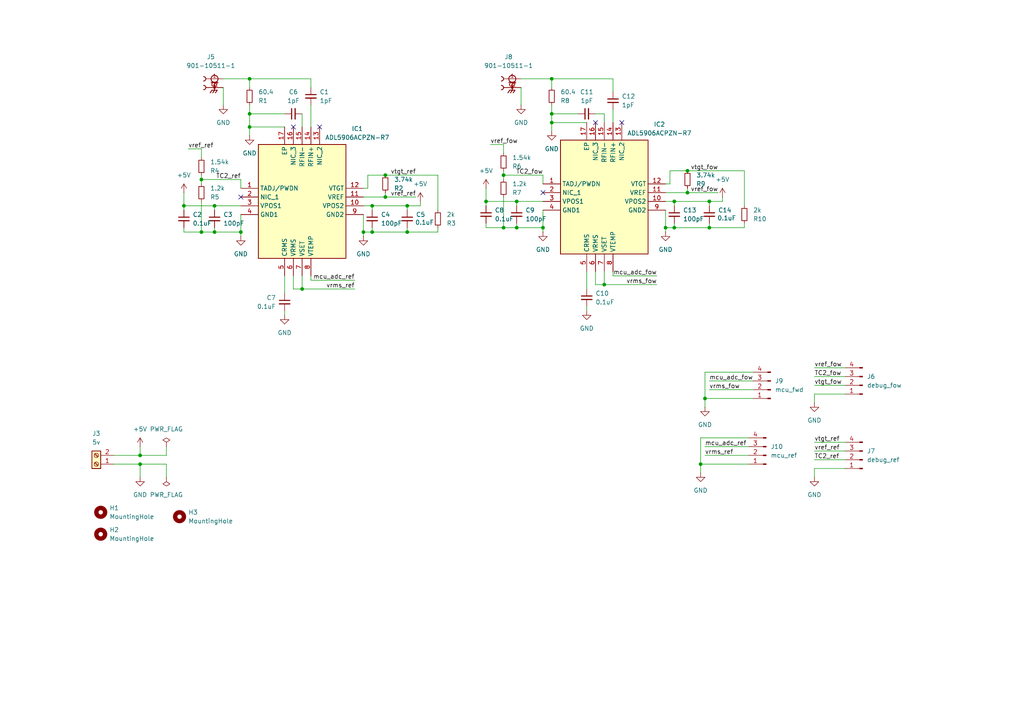
<source format=kicad_sch>
(kicad_sch (version 20250114) (generator "eeschema") (generator_version "9.0")
  (paper "A4")
  (lib_symbols
    (symbol "901-10511-1:901-10511-1" (pin_names (offset 1.016))
      (property "Reference" "J" (at -3.81 1.524 0))
      (property "Value" "901-10511-1" (at -4.064 -6.858 0))
      (symbol "901-10511-1_0_0"
        (arc (start -3.175 0.635) (mid -2.5427 0) (end -3.175 -0.635) (stroke (width 0.254)))
        (arc (start -3.175 -1.905) (mid -2.5427 -2.54) (end -3.175 -3.175) (stroke (width 0.254)))
        (polyline (pts (xy -1.016 -1.016) (xy 0 -1.016)) (stroke (width 0.254)))
        (polyline (pts (xy -0.762 -3.302) (xy -1.27 -4.064)) (stroke (width 0.254)))
        (circle (center 0 0) (radius 1.016) (stroke (width 0.254)))
        (polyline (pts (xy 0 -1.016) (xy 0 -3.302)) (stroke (width 0.254)))
        (polyline (pts (xy 0 -1.016) (xy 1.016 -1.016)) (stroke (width 0.254)))
        (circle (center 0 -2.54) (radius 0.254) (stroke (width 0.254)))
        (polyline (pts (xy 0 -3.302) (xy -0.762 -3.302)) (stroke (width 0.254)))
        (polyline (pts (xy 0 -3.302) (xy -0.508 -4.064)) (stroke (width 0.254)))
        (polyline (pts (xy 0 -3.302) (xy 0.762 -3.302)) (stroke (width 0.254)))
        (polyline (pts (xy 0.762 -3.302) (xy 0.254 -4.064)) (stroke (width 0.254)))
        (pin passive line (at 2.54 0 180) (length 5.08) (name "~") (number "1"))
        (pin passive line (at 2.54 -2.54 180) (length 5.08) (name "~") (number "G1"))
        (pin passive line (at 2.54 -2.54 180) (length 5.08) (name "~") (number "G2"))
      )
    )
    (symbol "ADL5906ACPZN-R7:ADL5906ACPZN-R7"
      (property "Reference" "IC" (at 31.75 17.78 0))
      (property "Value" "ADL5906ACPZN-R7" (at 31.75 15.24 0))
      (symbol "ADL5906ACPZN-R7_1_1"
        (rectangle (start 5.08 12.7) (end 30.48 -20.32) (stroke (width 0.254)) (fill (type background)))
        (pin passive line (at 0 0 0) (length 5.08) (name "TADJ/PWDN") (number "1"))
        (pin passive line (at 0 -2.54 0) (length 5.08) (name "NIC_1") (number "2"))
        (pin passive line (at 0 -5.08 0) (length 5.08) (name "VPOS1") (number "3"))
        (pin passive line (at 0 -7.62 0) (length 5.08) (name "GND1") (number "4"))
        (pin passive line (at 12.7 17.78 270) (length 5.08) (name "EP") (number "17"))
        (pin passive line (at 12.7 -25.4 90) (length 5.08) (name "CRMS") (number "5"))
        (pin passive line (at 15.24 17.78 270) (length 5.08) (name "NIC_3") (number "16"))
        (pin passive line (at 15.24 -25.4 90) (length 5.08) (name "VRMS") (number "6"))
        (pin passive line (at 17.78 17.78 270) (length 5.08) (name "RFIN-") (number "15"))
        (pin passive line (at 17.78 -25.4 90) (length 5.08) (name "VSET") (number "7"))
        (pin passive line (at 20.32 17.78 270) (length 5.08) (name "RFIN+") (number "14"))
        (pin passive line (at 20.32 -25.4 90) (length 5.08) (name "VTEMP") (number "8"))
        (pin passive line (at 22.86 17.78 270) (length 5.08) (name "NIC_2") (number "13"))
        (pin passive line (at 35.56 0 180) (length 5.08) (name "VTGT") (number "12"))
        (pin passive line (at 35.56 -2.54 180) (length 5.08) (name "VREF") (number "11"))
        (pin passive line (at 35.56 -5.08 180) (length 5.08) (name "VPOS2") (number "10"))
        (pin passive line (at 35.56 -7.62 180) (length 5.08) (name "GND2") (number "9"))
      )
    )
    (symbol "Connector:Conn_01x04_Pin" (pin_names (offset 1.016) (hide yes))
      (property "Reference" "J" (at 0 5.08 0))
      (property "Value" "Conn_01x04_Pin" (at 0 -7.62 0))
      (symbol "Conn_01x04_Pin_1_1"
        (rectangle (start 0.8636 2.667) (end 0 2.413) (stroke (width 0.1524)) (fill (type outline)))
        (rectangle (start 0.8636 0.127) (end 0 -0.127) (stroke (width 0.1524)) (fill (type outline)))
        (rectangle (start 0.8636 -2.413) (end 0 -2.667) (stroke (width 0.1524)) (fill (type outline)))
        (rectangle (start 0.8636 -4.953) (end 0 -5.207) (stroke (width 0.1524)) (fill (type outline)))
        (polyline (pts (xy 1.27 2.54) (xy 0.8636 2.54)) (stroke (width 0.1524)))
        (polyline (pts (xy 1.27 0) (xy 0.8636 0)) (stroke (width 0.1524)))
        (polyline (pts (xy 1.27 -2.54) (xy 0.8636 -2.54)) (stroke (width 0.1524)))
        (polyline (pts (xy 1.27 -5.08) (xy 0.8636 -5.08)) (stroke (width 0.1524)))
        (pin passive line (at 5.08 2.54 180) (length 3.81) (name "Pin_1") (number "1"))
        (pin passive line (at 5.08 0 180) (length 3.81) (name "Pin_2") (number "2"))
        (pin passive line (at 5.08 -2.54 180) (length 3.81) (name "Pin_3") (number "3"))
        (pin passive line (at 5.08 -5.08 180) (length 3.81) (name "Pin_4") (number "4"))
      )
    )
    (symbol "Connector:Screw_Terminal_01x02" (pin_names (offset 1.016) (hide yes))
      (property "Reference" "J" (at 0 2.54 0))
      (property "Value" "Screw_Terminal_01x02" (at 0 -5.08 0))
      (symbol "Screw_Terminal_01x02_1_1"
        (rectangle (start -1.27 1.27) (end 1.27 -3.81) (stroke (width 0.254)) (fill (type background)))
        (polyline (pts (xy -0.5334 0.3302) (xy 0.3302 -0.508)) (stroke (width 0.1524)))
        (polyline (pts (xy -0.5334 -2.2098) (xy 0.3302 -3.048)) (stroke (width 0.1524)))
        (polyline (pts (xy -0.3556 0.508) (xy 0.508 -0.3302)) (stroke (width 0.1524)))
        (polyline (pts (xy -0.3556 -2.032) (xy 0.508 -2.8702)) (stroke (width 0.1524)))
        (circle (center 0 0) (radius 0.635) (stroke (width 0.1524)))
        (circle (center 0 -2.54) (radius 0.635) (stroke (width 0.1524)))
        (pin passive line (at -5.08 0 0) (length 3.81) (name "Pin_1") (number "1"))
        (pin passive line (at -5.08 -2.54 0) (length 3.81) (name "Pin_2") (number "2"))
      )
    )
    (symbol "Device:C_Small" (pin_numbers (hide yes)) (pin_names (offset 0.254) (hide yes))
      (property "Reference" "C" (at 0.254 1.778 0))
      (property "Value" "C_Small" (at 0.254 -2.032 0))
      (symbol "C_Small_0_1"
        (polyline (pts (xy -1.524 0.508) (xy 1.524 0.508)) (stroke (width 0.3048)))
        (polyline (pts (xy -1.524 -0.508) (xy 1.524 -0.508)) (stroke (width 0.3302)))
      )
      (symbol "C_Small_1_1"
        (pin passive line (at 0 2.54 270) (length 2.032) (name "~") (number "1"))
        (pin passive line (at 0 -2.54 90) (length 2.032) (name "~") (number "2"))
      )
    )
    (symbol "Device:R_Small" (pin_numbers (hide yes)) (pin_names (offset 0.254) (hide yes))
      (property "Reference" "R" (at 0.762 0.508 0))
      (property "Value" "R_Small" (at 0.762 -1.016 0))
      (symbol "R_Small_0_1"
        (rectangle (start -0.762 1.778) (end 0.762 -1.778) (stroke (width 0.2032)))
      )
      (symbol "R_Small_1_1"
        (pin passive line (at 0 2.54 270) (length 0.762) (name "~") (number "1"))
        (pin passive line (at 0 -2.54 90) (length 0.762) (name "~") (number "2"))
      )
    )
    (symbol "Mechanical:MountingHole" (pin_names (offset 1.016)) (exclude_from_sim yes) (in_bom no)
      (property "Reference" "H" (at 0 5.08 0))
      (property "Value" "MountingHole" (at 0 3.175 0))
      (symbol "MountingHole_0_1"
        (circle (center 0 0) (radius 1.27) (stroke (width 1.27)))
      )
    )
    (symbol "power:+5V" (power) (pin_numbers (hide yes)) (pin_names (offset 0) (hide yes))
      (property "Value" "+5V" (at 0 3.556 0))
      (symbol "+5V_0_1"
        (polyline (pts (xy -0.762 1.27) (xy 0 2.54)))
        (polyline (pts (xy 0 2.54) (xy 0.762 1.27)))
        (polyline (pts (xy 0 0) (xy 0 2.54)))
      )
      (symbol "+5V_1_1"
        (pin power_in line (at 0 0 90) (length 0) (name "~") (number "1"))
      )
    )
    (symbol "power:GND" (power) (pin_numbers (hide yes)) (pin_names (offset 0) (hide yes))
      (property "Value" "GND" (at 0 -3.81 0))
      (symbol "GND_0_1"
        (polyline (pts (xy 0 0) (xy 0 -1.27) (xy 1.27 -1.27) (xy 0 -2.54) (xy -1.27 -1.27) (xy 0 -1.27)))
      )
      (symbol "GND_1_1"
        (pin power_in line (at 0 0 270) (length 0) (name "~") (number "1"))
      )
    )
    (symbol "power:PWR_FLAG" (power) (pin_numbers (hide yes)) (pin_names (offset 0) (hide yes))
      (property "Value" "PWR_FLAG" (at 0 3.81 0))
      (symbol "PWR_FLAG_0_0"
        (pin power_out line (at 0 0 90) (length 0) (name "~") (number "1"))
      )
      (symbol "PWR_FLAG_0_1"
        (polyline (pts (xy 0 0) (xy 0 1.27) (xy -1.016 1.905) (xy 0 2.54) (xy 1.016 1.905) (xy 0 1.27)))
      )
    )
  )
  (junction (at 149.86 66.04))
  (junction (at 160.02 35.56))
  (junction (at 118.11 59.69))
  (junction (at 199.39 55.88))
  (junction (at 160.02 33.02))
  (junction (at 203.2 134.62))
  (junction (at 40.64 134.62))
  (junction (at 40.64 132.08))
  (junction (at 111.76 50.8))
  (junction (at 87.63 83.82))
  (junction (at 175.26 82.55))
  (junction (at 53.34 59.69))
  (junction (at 107.95 67.31))
  (junction (at 199.39 49.53))
  (junction (at 58.42 52.07))
  (junction (at 146.05 66.04))
  (junction (at 205.74 66.04))
  (junction (at 111.76 57.15))
  (junction (at 107.95 59.69))
  (junction (at 72.39 36.83))
  (junction (at 72.39 22.86))
  (junction (at 204.47 115.57))
  (junction (at 195.58 66.04))
  (junction (at 146.05 50.8))
  (junction (at 140.97 58.42))
  (junction (at 69.85 67.31))
  (junction (at 105.41 67.31))
  (junction (at 193.04 66.04))
  (junction (at 157.48 66.04))
  (junction (at 149.86 58.42))
  (junction (at 195.58 58.42))
  (junction (at 205.74 58.42))
  (junction (at 62.23 67.31))
  (junction (at 62.23 59.69))
  (junction (at 58.42 67.31))
  (junction (at 160.02 22.86))
  (junction (at 72.39 33.02))
  (junction (at 118.11 67.31))
  (no_connect (at 180.34 35.56))
  (no_connect (at 69.85 57.15))
  (no_connect (at 92.71 36.83))
  (no_connect (at 157.48 55.88))
  (no_connect (at 172.72 35.56))
  (no_connect (at 85.09 36.83))
  (wire (pts (xy 203.2 134.62) (xy 217.17 134.62)))
  (wire (pts (xy 118.11 67.31) (xy 127 67.31)))
  (wire (pts (xy 72.39 25.4) (xy 72.39 22.86)))
  (wire (pts (xy 105.41 68.58) (xy 105.41 67.31)))
  (wire (pts (xy 205.74 58.42) (xy 209.55 58.42)))
  (wire (pts (xy 111.76 50.8) (xy 127 50.8)))
  (wire (pts (xy 175.26 82.55) (xy 172.72 82.55)))
  (wire (pts (xy 204.47 107.95) (xy 218.44 107.95)))
  (wire (pts (xy 87.63 36.83) (xy 87.63 33.02)))
  (wire (pts (xy 236.22 128.27) (xy 245.11 128.27)))
  (wire (pts (xy 149.86 66.04) (xy 157.48 66.04)))
  (wire (pts (xy 107.95 59.69) (xy 118.11 59.69)))
  (wire (pts (xy 194.31 53.34) (xy 194.31 49.53)))
  (wire (pts (xy 170.18 88.9) (xy 170.18 90.17)))
  (wire (pts (xy 127 67.31) (xy 127 66.04)))
  (wire (pts (xy 87.63 83.82) (xy 102.87 83.82)))
  (wire (pts (xy 105.41 57.15) (xy 111.76 57.15)))
  (wire (pts (xy 53.34 55.88) (xy 53.34 59.69)))
  (wire (pts (xy 193.04 53.34) (xy 194.31 53.34)))
  (wire (pts (xy 149.86 66.04) (xy 149.86 64.77)))
  (wire (pts (xy 160.02 35.56) (xy 160.02 38.1)))
  (wire (pts (xy 90.17 81.28) (xy 102.87 81.28)))
  (wire (pts (xy 203.2 127) (xy 217.17 127)))
  (wire (pts (xy 236.22 111.76) (xy 245.11 111.76)))
  (wire (pts (xy 204.47 115.57) (xy 218.44 115.57)))
  (wire (pts (xy 90.17 30.48) (xy 90.17 36.83)))
  (wire (pts (xy 82.55 80.01) (xy 82.55 85.09)))
  (wire (pts (xy 146.05 49.53) (xy 146.05 50.8)))
  (wire (pts (xy 160.02 33.02) (xy 160.02 35.56)))
  (wire (pts (xy 177.8 78.74) (xy 177.8 80.01)))
  (wire (pts (xy 53.34 60.96) (xy 53.34 59.69)))
  (wire (pts (xy 204.47 107.95) (xy 204.47 115.57)))
  (wire (pts (xy 205.74 64.77) (xy 205.74 66.04)))
  (wire (pts (xy 64.77 25.4) (xy 64.77 30.48)))
  (wire (pts (xy 149.86 59.69) (xy 149.86 58.42)))
  (wire (pts (xy 203.2 134.62) (xy 203.2 127)))
  (wire (pts (xy 170.18 78.74) (xy 170.18 83.82)))
  (wire (pts (xy 236.22 114.3) (xy 245.11 114.3)))
  (wire (pts (xy 151.13 25.4) (xy 151.13 30.48)))
  (wire (pts (xy 58.42 50.8) (xy 58.42 52.07)))
  (wire (pts (xy 72.39 36.83) (xy 72.39 39.37)))
  (wire (pts (xy 69.85 67.31) (xy 69.85 68.58)))
  (wire (pts (xy 215.9 66.04) (xy 205.74 66.04)))
  (wire (pts (xy 40.64 132.08) (xy 48.26 132.08)))
  (wire (pts (xy 194.31 49.53) (xy 199.39 49.53)))
  (wire (pts (xy 146.05 50.8) (xy 146.05 52.07)))
  (wire (pts (xy 204.47 115.57) (xy 204.47 118.11)))
  (wire (pts (xy 199.39 49.53) (xy 215.9 49.53)))
  (wire (pts (xy 203.2 134.62) (xy 203.2 137.16)))
  (wire (pts (xy 195.58 66.04) (xy 205.74 66.04)))
  (wire (pts (xy 58.42 43.18) (xy 58.42 45.72)))
  (wire (pts (xy 62.23 67.31) (xy 62.23 66.04)))
  (wire (pts (xy 82.55 36.83) (xy 72.39 36.83)))
  (wire (pts (xy 199.39 55.88) (xy 208.28 55.88)))
  (wire (pts (xy 140.97 58.42) (xy 149.86 58.42)))
  (wire (pts (xy 175.26 33.02) (xy 175.26 35.56)))
  (wire (pts (xy 205.74 113.03) (xy 218.44 113.03)))
  (wire (pts (xy 146.05 41.91) (xy 146.05 44.45)))
  (wire (pts (xy 58.42 58.42) (xy 58.42 67.31)))
  (wire (pts (xy 215.9 64.77) (xy 215.9 66.04)))
  (wire (pts (xy 236.22 133.35) (xy 245.11 133.35)))
  (wire (pts (xy 175.26 78.74) (xy 175.26 82.55)))
  (wire (pts (xy 199.39 54.61) (xy 199.39 55.88)))
  (wire (pts (xy 118.11 60.96) (xy 118.11 59.69)))
  (wire (pts (xy 193.04 67.31) (xy 193.04 66.04)))
  (wire (pts (xy 209.55 57.15) (xy 209.55 58.42)))
  (wire (pts (xy 85.09 80.01) (xy 85.09 83.82)))
  (wire (pts (xy 149.86 58.42) (xy 157.48 58.42)))
  (wire (pts (xy 204.47 129.54) (xy 217.17 129.54)))
  (wire (pts (xy 48.26 134.62) (xy 48.26 138.43)))
  (wire (pts (xy 72.39 30.48) (xy 72.39 33.02)))
  (wire (pts (xy 111.76 57.15) (xy 120.65 57.15)))
  (wire (pts (xy 157.48 50.8) (xy 157.48 53.34)))
  (wire (pts (xy 33.02 132.08) (xy 40.64 132.08)))
  (wire (pts (xy 172.72 78.74) (xy 172.72 82.55)))
  (wire (pts (xy 105.41 62.23) (xy 105.41 67.31)))
  (wire (pts (xy 193.04 55.88) (xy 199.39 55.88)))
  (wire (pts (xy 118.11 59.69) (xy 121.92 59.69)))
  (wire (pts (xy 157.48 66.04) (xy 157.48 67.31)))
  (wire (pts (xy 62.23 60.96) (xy 62.23 59.69)))
  (wire (pts (xy 90.17 22.86) (xy 90.17 25.4)))
  (wire (pts (xy 105.41 67.31) (xy 107.95 67.31)))
  (wire (pts (xy 140.97 64.77) (xy 140.97 66.04)))
  (wire (pts (xy 177.8 80.01) (xy 190.5 80.01)))
  (wire (pts (xy 140.97 59.69) (xy 140.97 58.42)))
  (wire (pts (xy 69.85 67.31) (xy 69.85 62.23)))
  (wire (pts (xy 167.64 33.02) (xy 160.02 33.02)))
  (wire (pts (xy 40.64 134.62) (xy 48.26 134.62)))
  (wire (pts (xy 205.74 59.69) (xy 205.74 58.42)))
  (wire (pts (xy 204.47 132.08) (xy 217.17 132.08)))
  (wire (pts (xy 146.05 66.04) (xy 149.86 66.04)))
  (wire (pts (xy 62.23 67.31) (xy 69.85 67.31)))
  (wire (pts (xy 53.34 59.69) (xy 62.23 59.69)))
  (wire (pts (xy 215.9 49.53) (xy 215.9 59.69)))
  (wire (pts (xy 175.26 82.55) (xy 190.5 82.55)))
  (wire (pts (xy 205.74 110.49) (xy 218.44 110.49)))
  (wire (pts (xy 72.39 22.86) (xy 90.17 22.86)))
  (wire (pts (xy 151.13 22.86) (xy 160.02 22.86)))
  (wire (pts (xy 58.42 67.31) (xy 62.23 67.31)))
  (wire (pts (xy 58.42 52.07) (xy 69.85 52.07)))
  (wire (pts (xy 107.95 67.31) (xy 107.95 66.04)))
  (wire (pts (xy 140.97 54.61) (xy 140.97 58.42)))
  (wire (pts (xy 111.76 55.88) (xy 111.76 57.15)))
  (wire (pts (xy 106.68 54.61) (xy 106.68 50.8)))
  (wire (pts (xy 58.42 52.07) (xy 58.42 53.34)))
  (wire (pts (xy 33.02 134.62) (xy 40.64 134.62)))
  (wire (pts (xy 236.22 109.22) (xy 245.11 109.22)))
  (wire (pts (xy 48.26 132.08) (xy 48.26 129.54)))
  (wire (pts (xy 105.41 59.69) (xy 107.95 59.69)))
  (wire (pts (xy 146.05 57.15) (xy 146.05 66.04)))
  (wire (pts (xy 170.18 35.56) (xy 160.02 35.56)))
  (wire (pts (xy 82.55 90.17) (xy 82.55 91.44)))
  (wire (pts (xy 40.64 129.54) (xy 40.64 132.08)))
  (wire (pts (xy 236.22 135.89) (xy 236.22 138.43)))
  (wire (pts (xy 195.58 59.69) (xy 195.58 58.42)))
  (wire (pts (xy 64.77 22.86) (xy 72.39 22.86)))
  (wire (pts (xy 53.34 67.31) (xy 58.42 67.31)))
  (wire (pts (xy 40.64 134.62) (xy 40.64 138.43)))
  (wire (pts (xy 142.24 41.91) (xy 146.05 41.91)))
  (wire (pts (xy 140.97 66.04) (xy 146.05 66.04)))
  (wire (pts (xy 72.39 33.02) (xy 72.39 36.83)))
  (wire (pts (xy 146.05 50.8) (xy 157.48 50.8)))
  (wire (pts (xy 193.04 60.96) (xy 193.04 66.04)))
  (wire (pts (xy 105.41 54.61) (xy 106.68 54.61)))
  (wire (pts (xy 106.68 50.8) (xy 111.76 50.8)))
  (wire (pts (xy 87.63 83.82) (xy 85.09 83.82)))
  (wire (pts (xy 236.22 135.89) (xy 245.11 135.89)))
  (wire (pts (xy 160.02 22.86) (xy 177.8 22.86)))
  (wire (pts (xy 160.02 25.4) (xy 160.02 22.86)))
  (wire (pts (xy 193.04 58.42) (xy 195.58 58.42)))
  (wire (pts (xy 107.95 67.31) (xy 118.11 67.31)))
  (wire (pts (xy 54.61 43.18) (xy 58.42 43.18)))
  (wire (pts (xy 82.55 33.02) (xy 72.39 33.02)))
  (wire (pts (xy 160.02 30.48) (xy 160.02 33.02)))
  (wire (pts (xy 236.22 114.3) (xy 236.22 116.84)))
  (wire (pts (xy 69.85 52.07) (xy 69.85 54.61)))
  (wire (pts (xy 172.72 33.02) (xy 175.26 33.02)))
  (wire (pts (xy 236.22 106.68) (xy 245.11 106.68)))
  (wire (pts (xy 127 50.8) (xy 127 60.96)))
  (wire (pts (xy 157.48 66.04) (xy 157.48 60.96)))
  (wire (pts (xy 90.17 80.01) (xy 90.17 81.28)))
  (wire (pts (xy 195.58 58.42) (xy 205.74 58.42)))
  (wire (pts (xy 53.34 66.04) (xy 53.34 67.31)))
  (wire (pts (xy 177.8 22.86) (xy 177.8 26.67)))
  (wire (pts (xy 107.95 60.96) (xy 107.95 59.69)))
  (wire (pts (xy 118.11 66.04) (xy 118.11 67.31)))
  (wire (pts (xy 195.58 66.04) (xy 195.58 64.77)))
  (wire (pts (xy 177.8 31.75) (xy 177.8 35.56)))
  (wire (pts (xy 236.22 130.81) (xy 245.11 130.81)))
  (wire (pts (xy 193.04 66.04) (xy 195.58 66.04)))
  (wire (pts (xy 87.63 80.01) (xy 87.63 83.82)))
  (wire (pts (xy 62.23 59.69) (xy 69.85 59.69)))
  (wire (pts (xy 121.92 58.42) (xy 121.92 59.69)))
  (label "vrms_ref" (at 102.87 83.82 180))
  (label "vref_fow" (at 208.28 55.88 180))
  (label "TC2_ref" (at 69.85 52.07 180))
  (label "TC2_fow" (at 157.48 50.8 180))
  (label "vtgt_fow" (at 208.28 49.53 180))
  (label "vtgt_ref" (at 236.22 128.27 0))
  (label "vtgt_ref" (at 120.65 50.8 180))
  (label "vref_ref" (at 120.65 57.15 180))
  (label "vref_fow" (at 142.24 41.91 0))
  (label "vref_fow" (at 236.22 106.68 0))
  (label "TC2_fow" (at 236.22 109.22 0))
  (label "vtgt_fow" (at 236.22 111.76 0))
  (label "TC2_ref" (at 236.22 133.35 0))
  (label "vref_ref" (at 236.22 130.81 0))
  (label "vrms_fow" (at 190.5 82.55 180))
  (label "vref_ref" (at 54.61 43.18 0))
  (label "mcu_adc_ref" (at 102.87 81.28 180))
  (label "vrms_fow" (at 205.74 113.03 0))
  (label "mcu_adc_fow" (at 205.74 110.49 0))
  (label "mcu_adc_fow" (at 190.5 80.01 180))
  (label "vrms_ref" (at 204.47 132.08 0))
  (label "mcu_adc_ref" (at 204.47 129.54 0))
  (symbol (lib_id "power:GND") (at 203.2 137.16 0) (unit 1)
    (property "Reference" "#PWR021" (effects (hide yes)))
    (property "Value" "GND" (at 203.2 142.24 0))
    (property "Description" "Power symbol creates a global label with name \"GND\" , ground" (effects (hide yes)))
  )
  (symbol (lib_id "Device:C_Small") (at 205.74 62.23 0) (unit 1)
    (property "Reference" "C14" (at 208.28 60.9662 0) (effects (justify left)))
    (property "Value" "0.1uF" (at 208.026 63.246 0) (effects (justify left)))
    (property "Footprint" "Capacitor_SMD:C_0402_1005Metric" (effects (hide yes)))
    (property "Description" "Unpolarized capacitor, small symbol" (effects (hide yes)))
  )
  (symbol (lib_id "power:+5V") (at 121.92 58.42 0) (unit 1)
    (property "Reference" "#PWR02" (effects (hide yes)))
    (property "Value" "+5V" (at 121.92 53.34 0))
    (property "Description" "Power symbol creates a global label with name \"+5V\"" (effects (hide yes)))
  )
  (symbol (lib_id "power:GND") (at 72.39 39.37 0) (unit 1)
    (property "Reference" "#PWR07" (effects (hide yes)))
    (property "Value" "GND" (at 72.39 44.45 0))
    (property "Description" "Power symbol creates a global label with name \"GND\" , ground" (effects (hide yes)))
  )
  (symbol (lib_id "Device:R_Small") (at 160.02 27.94 0) (mirror x) (unit 1)
    (property "Reference" "R8" (at 162.56 29.2101 0) (effects (justify left)))
    (property "Value" "60.4" (at 162.56 26.6701 0) (effects (justify left)))
    (property "Footprint" "Resistor_SMD:R_0402_1005Metric" (effects (hide yes)))
    (property "Description" "Resistor, small symbol" (effects (hide yes)))
  )
  (symbol (lib_id "power:GND") (at 64.77 30.48 0) (unit 1)
    (property "Reference" "#PWR018" (effects (hide yes)))
    (property "Value" "GND" (at 64.77 35.56 0))
    (property "Description" "Power symbol creates a global label with name \"GND\" , ground" (effects (hide yes)))
  )
  (symbol (lib_id "Device:C_Small") (at 82.55 87.63 0) (mirror y) (unit 1)
    (property "Reference" "C7" (at 80.01 86.3662 0) (effects (justify left)))
    (property "Value" "0.1uF" (at 80.01 88.9062 0) (effects (justify left)))
    (property "Footprint" "Capacitor_SMD:C_0402_1005Metric" (effects (hide yes)))
    (property "Description" "Unpolarized capacitor, small symbol" (effects (hide yes)))
  )
  (symbol (lib_id "power:GND") (at 236.22 116.84 0) (unit 1)
    (property "Reference" "#PWR06" (effects (hide yes)))
    (property "Value" "GND" (at 236.22 121.92 0))
    (property "Description" "Power symbol creates a global label with name \"GND\" , ground" (effects (hide yes)))
  )
  (symbol (lib_id "Connector:Conn_01x04_Pin") (at 250.19 133.35 180) (unit 1)
    (property "Reference" "J7" (at 251.46 130.8099 0) (effects (justify right)))
    (property "Value" "debug_ref" (at 251.46 133.3499 0) (effects (justify right)))
    (property "Footprint" "Connector_PinHeader_2.54mm:PinHeader_1x04_P2.54mm_Vertical" (effects (hide yes)))
    (property "Description" "Generic connector, single row, 01x04, script generated" (effects (hide yes)))
  )
  (symbol (lib_id "Device:C_Small") (at 107.95 63.5 0) (unit 1)
    (property "Reference" "C4" (at 110.49 62.2362 0) (effects (justify left)))
    (property "Value" "100pF" (at 110.49 64.7762 0) (effects (justify left)))
    (property "Footprint" "Capacitor_SMD:C_0402_1005Metric" (effects (hide yes)))
    (property "Description" "Unpolarized capacitor, small symbol" (effects (hide yes)))
  )
  (symbol (lib_id "power:GND") (at 105.41 68.58 0) (unit 1)
    (property "Reference" "#PWR03" (effects (hide yes)))
    (property "Value" "GND" (at 105.41 73.66 0))
    (property "Description" "Power symbol creates a global label with name \"GND\" , ground" (effects (hide yes)))
  )
  (symbol (lib_id "Device:C_Small") (at 170.18 86.36 0) (unit 1)
    (property "Reference" "C10" (at 172.72 85.0962 0) (effects (justify left)))
    (property "Value" "0.1uF" (at 172.72 87.6362 0) (effects (justify left)))
    (property "Footprint" "Capacitor_SMD:C_0402_1005Metric" (effects (hide yes)))
    (property "Description" "Unpolarized capacitor, small symbol" (effects (hide yes)))
  )
  (symbol (lib_id "power:PWR_FLAG") (at 48.26 129.54 0) (unit 1)
    (property "Reference" "#FLG01" (effects (hide yes)))
    (property "Value" "PWR_FLAG" (at 48.26 124.46 0))
    (property "Description" "Special symbol for telling ERC where power comes from" (effects (hide yes)))
  )
  (symbol (lib_id "Device:C_Small") (at 177.8 29.21 0) (unit 1)
    (property "Reference" "C12" (at 180.34 27.9462 0) (effects (justify left)))
    (property "Value" "1pF" (at 180.34 30.4862 0) (effects (justify left)))
    (property "Footprint" "Capacitor_SMD:C_0402_1005Metric" (effects (hide yes)))
    (property "Description" "Unpolarized capacitor, small symbol" (effects (hide yes)))
  )
  (symbol (lib_id "Device:C_Small") (at 62.23 63.5 0) (unit 1)
    (property "Reference" "C3" (at 64.77 62.2362 0) (effects (justify left)))
    (property "Value" "100pF" (at 64.77 64.7762 0) (effects (justify left)))
    (property "Footprint" "Capacitor_SMD:C_0402_1005Metric" (effects (hide yes)))
    (property "Description" "Unpolarized capacitor, small symbol" (effects (hide yes)))
  )
  (symbol (lib_id "power:+5V") (at 53.34 55.88 0) (unit 1)
    (property "Reference" "#PWR01" (effects (hide yes)))
    (property "Value" "+5V" (at 53.34 50.8 0))
    (property "Description" "Power symbol creates a global label with name \"+5V\"" (effects (hide yes)))
  )
  (symbol (lib_id "power:GND") (at 204.47 118.11 0) (unit 1)
    (property "Reference" "#PWR019" (effects (hide yes)))
    (property "Value" "GND" (at 204.47 123.19 0))
    (property "Description" "Power symbol creates a global label with name \"GND\" , ground" (effects (hide yes)))
  )
  (symbol (lib_id "power:GND") (at 69.85 68.58 0) (unit 1)
    (property "Reference" "#PWR04" (effects (hide yes)))
    (property "Value" "GND" (at 69.85 73.66 0))
    (property "Description" "Power symbol creates a global label with name \"GND\" , ground" (effects (hide yes)))
  )
  (symbol (lib_id "power:PWR_FLAG") (at 48.26 138.43 180) (unit 1)
    (property "Reference" "#FLG02" (effects (hide yes)))
    (property "Value" "PWR_FLAG" (at 48.26 143.51 0))
    (property "Description" "Special symbol for telling ERC where power comes from" (effects (hide yes)))
  )
  (symbol (lib_id "Connector:Conn_01x04_Pin") (at 250.19 111.76 180) (unit 1)
    (property "Reference" "J6" (at 251.46 109.2199 0) (effects (justify right)))
    (property "Value" "debug_fow" (at 251.46 111.7599 0) (effects (justify right)))
    (property "Footprint" "Connector_PinHeader_2.54mm:PinHeader_1x04_P2.54mm_Vertical" (effects (hide yes)))
    (property "Description" "Generic connector, single row, 01x04, script generated" (effects (hide yes)))
  )
  (symbol (lib_id "power:GND") (at 160.02 38.1 0) (unit 1)
    (property "Reference" "#PWR010" (effects (hide yes)))
    (property "Value" "GND" (at 160.02 43.18 0))
    (property "Description" "Power symbol creates a global label with name \"GND\" , ground" (effects (hide yes)))
  )
  (symbol (lib_id "power:GND") (at 170.18 90.17 0) (unit 1)
    (property "Reference" "#PWR011" (effects (hide yes)))
    (property "Value" "GND" (at 170.18 95.25 0))
    (property "Description" "Power symbol creates a global label with name \"GND\" , ground" (effects (hide yes)))
  )
  (symbol (lib_id "Device:C_Small") (at 149.86 62.23 0) (unit 1)
    (property "Reference" "C9" (at 152.4 60.9662 0) (effects (justify left)))
    (property "Value" "100pF" (at 152.4 63.5062 0) (effects (justify left)))
    (property "Footprint" "Capacitor_SMD:C_0402_1005Metric" (effects (hide yes)))
    (property "Description" "Unpolarized capacitor, small symbol" (effects (hide yes)))
  )
  (symbol (lib_id "Device:R_Small") (at 146.05 54.61 0) (mirror x) (unit 1)
    (property "Reference" "R7" (at 148.59 55.8801 0) (effects (justify left)))
    (property "Value" "1.2k" (at 148.59 53.3401 0) (effects (justify left)))
    (property "Footprint" "Resistor_SMD:R_0402_1005Metric" (effects (hide yes)))
    (property "Description" "Resistor, small symbol" (effects (hide yes)))
  )
  (symbol (lib_id "power:GND") (at 40.64 138.43 0) (unit 1)
    (property "Reference" "#PWR016" (effects (hide yes)))
    (property "Value" "GND" (at 40.64 143.51 0))
    (property "Description" "Power symbol creates a global label with name \"GND\" , ground" (effects (hide yes)))
  )
  (symbol (lib_id "Device:R_Small") (at 72.39 27.94 0) (mirror x) (unit 1)
    (property "Reference" "R1" (at 74.93 29.2101 0) (effects (justify left)))
    (property "Value" "60.4" (at 74.93 26.6701 0) (effects (justify left)))
    (property "Footprint" "Resistor_SMD:R_0402_1005Metric" (effects (hide yes)))
    (property "Description" "Resistor, small symbol" (effects (hide yes)))
  )
  (symbol (lib_id "Connector:Conn_01x04_Pin") (at 223.52 113.03 180) (unit 1)
    (property "Reference" "J9" (at 224.79 110.4899 0) (effects (justify right)))
    (property "Value" "mcu_fwd" (at 224.79 113.0299 0) (effects (justify right)))
    (property "Footprint" "Connector_JST:JST_XH_B4B-XH-A_1x04_P2.50mm_Vertical" (effects (hide yes)))
    (property "Description" "Generic connector, single row, 01x04, script generated" (effects (hide yes)))
  )
  (symbol (lib_id "power:GND") (at 157.48 67.31 0) (unit 1)
    (property "Reference" "#PWR09" (effects (hide yes)))
    (property "Value" "GND" (at 157.48 72.39 0))
    (property "Description" "Power symbol creates a global label with name \"GND\" , ground" (effects (hide yes)))
  )
  (symbol (lib_id "Device:R_Small") (at 58.42 55.88 0) (mirror x) (unit 1)
    (property "Reference" "R5" (at 60.96 57.1501 0) (effects (justify left)))
    (property "Value" "1.2k" (at 60.96 54.6101 0) (effects (justify left)))
    (property "Footprint" "Resistor_SMD:R_0402_1005Metric" (effects (hide yes)))
    (property "Description" "Resistor, small symbol" (effects (hide yes)))
  )
  (symbol (lib_id "Device:R_Small") (at 111.76 53.34 0) (mirror x) (unit 1)
    (property "Reference" "R2" (at 114.3 54.6101 0) (effects (justify left)))
    (property "Value" "3.74k" (at 114.3 52.0701 0) (effects (justify left)))
    (property "Footprint" "Resistor_SMD:R_0402_1005Metric" (effects (hide yes)))
    (property "Description" "Resistor, small symbol" (effects (hide yes)))
  )
  (symbol (lib_id "901-10511-1:901-10511-1") (at 62.23 22.86 0) (unit 1)
    (property "Reference" "J5" (at 61.1505 16.51 0))
    (property "Value" "901-10511-1" (at 61.1505 19.05 0))
    (property "Footprint" "footprint:AMPHENOL_901-10511-1" (effects (hide yes)))
    (property "MF" "Amphenol RF" (effects (hide yes)))
    (property "MAXIMUM_PACKAGE_HEIGHT" "6.35mm" (effects (hide yes)))
    (property "Package" "None" (effects (hide yes)))
    (property "Price" "None" (effects (hide yes)))
    (property "Check_prices" "https://www.snapeda.com/parts/901-10511-1/Amphenol/view-part/?ref=eda" (effects (hide yes)))
    (property "STANDARD" "Manufacturer Recommendations" (effects (hide yes)))
    (property "PARTREV" "A" (effects (hide yes)))
    (property "SnapEDA_Link" "https://www.snapeda.com/parts/901-10511-1/Amphenol/view-part/?ref=snap" (effects (hide yes)))
    (property "MP" "901-10511-1" (effects (hide yes)))
    (property "Description_1" "SMA Straight End Launch Jack, .010 Pin, .068  PCB, Edge-Mount, High Frequency | Amphenol RF 901-10511-1" (effects (hide yes)))
    (property "Availability" "In Stock" (effects (hide yes)))
    (property "MANUFACTURER" "Amphenol" (effects (hide yes)))
  )
  (symbol (lib_id "Device:C_Small") (at 85.09 33.02 90) (unit 1)
    (property "Reference" "C6" (at 85.0963 26.67 90))
    (property "Value" "1pF" (at 85.0963 29.21 90))
    (property "Footprint" "Capacitor_SMD:C_0402_1005Metric" (effects (hide yes)))
    (property "Description" "Unpolarized capacitor, small symbol" (effects (hide yes)))
  )
  (symbol (lib_id "power:GND") (at 193.04 67.31 0) (unit 1)
    (property "Reference" "#PWR013" (effects (hide yes)))
    (property "Value" "GND" (at 193.04 72.39 0))
    (property "Description" "Power symbol creates a global label with name \"GND\" , ground" (effects (hide yes)))
  )
  (symbol (lib_id "Mechanical:MountingHole") (at 52.07 149.86 0) (unit 1) (exclude_from_sim yes) (in_bom no)
    (property "Reference" "H3" (at 54.61 148.5899 0) (effects (justify left)))
    (property "Value" "MountingHole" (at 54.61 151.1299 0) (effects (justify left)))
    (property "Footprint" "MountingHole:MountingHole_3.2mm_M3" (effects (hide yes)))
    (property "Description" "Mounting Hole without connection" (effects (hide yes)))
  )
  (symbol (lib_id "Connector:Screw_Terminal_01x02") (at 27.94 134.62 180) (unit 1)
    (property "Reference" "J3" (at 27.94 125.73 0))
    (property "Value" "5v" (at 27.94 128.27 0))
    (property "Footprint" "TerminalBlock:TerminalBlock_bornier-2_P5.08mm" (effects (hide yes)))
    (property "Description" "Generic screw terminal, single row, 01x02, script generated (kicad-library-utils/schlib/autogen/connector/)" (effects (hide yes)))
  )
  (symbol (lib_id "Device:R_Small") (at 58.42 48.26 0) (mirror x) (unit 1)
    (property "Reference" "R4" (at 60.96 49.5301 0) (effects (justify left)))
    (property "Value" "1.54k" (at 60.96 46.9901 0) (effects (justify left)))
    (property "Footprint" "Resistor_SMD:R_0402_1005Metric" (effects (hide yes)))
    (property "Description" "Resistor, small symbol" (effects (hide yes)))
  )
  (symbol (lib_id "Device:R_Small") (at 127 63.5 0) (mirror x) (unit 1)
    (property "Reference" "R3" (at 129.54 64.7701 0) (effects (justify left)))
    (property "Value" "2k" (at 129.54 62.2301 0) (effects (justify left)))
    (property "Footprint" "Resistor_SMD:R_0402_1005Metric" (effects (hide yes)))
    (property "Description" "Resistor, small symbol" (effects (hide yes)))
  )
  (symbol (lib_id "Mechanical:MountingHole") (at 29.21 148.59 0) (unit 1) (exclude_from_sim yes) (in_bom no)
    (property "Reference" "H1" (at 31.75 147.3199 0) (effects (justify left)))
    (property "Value" "MountingHole" (at 31.75 149.8599 0) (effects (justify left)))
    (property "Footprint" "MountingHole:MountingHole_3.2mm_M3" (effects (hide yes)))
    (property "Description" "Mounting Hole without connection" (effects (hide yes)))
  )
  (symbol (lib_id "Device:C_Small") (at 90.17 27.94 0) (unit 1)
    (property "Reference" "C1" (at 92.71 26.6762 0) (effects (justify left)))
    (property "Value" "1pF" (at 92.71 29.2162 0) (effects (justify left)))
    (property "Footprint" "Capacitor_SMD:C_0402_1005Metric" (effects (hide yes)))
    (property "Description" "Unpolarized capacitor, small symbol" (effects (hide yes)))
  )
  (symbol (lib_id "ADL5906ACPZN-R7:ADL5906ACPZN-R7") (at 69.85 54.61 0) (unit 1)
    (property "Reference" "IC1" (at 103.632 37.338 0))
    (property "Value" "ADL5906ACPZN-R7" (at 103.632 39.878 0))
    (property "Footprint" "footprint:QFN65P400X400X80-17N-D" (effects (hide yes)))
    (property "Datasheet" "https://componentsearchengine.com/Datasheets/1/ADL5906ACPZN-R7.pdf" (effects (hide yes)))
    (property "Description" "RF Detector RMS s 10 MHz to 10 GHz 67 dB TruPwr Detector" (effects (hide yes)))
    (property "Height" "0.8" (effects (hide yes)))
    (property "Mouser Part Number" "584-ADL5906ACPZN-R7" (effects (hide yes)))
    (property "Mouser Price/Stock" "https://www.mouser.co.uk/ProductDetail/Analog-Devices/ADL5906ACPZN-R7?qs=e4sWIbAaksqhwiY5YlWDHg%3D%3D" (effects (hide yes)))
    (property "Manufacturer_Name" "Analog Devices" (effects (hide yes)))
    (property "Manufacturer_Part_Number" "ADL5906ACPZN-R7" (effects (hide yes)))
  )
  (symbol (lib_id "Device:C_Small") (at 53.34 63.5 0) (unit 1)
    (property "Reference" "C2" (at 55.88 62.2362 0) (effects (justify left)))
    (property "Value" "0.1uF" (at 55.88 64.7762 0) (effects (justify left)))
    (property "Footprint" "Capacitor_SMD:C_0402_1005Metric" (effects (hide yes)))
    (property "Description" "Unpolarized capacitor, small symbol" (effects (hide yes)))
  )
  (symbol (lib_id "Device:C_Small") (at 140.97 62.23 0) (unit 1)
    (property "Reference" "C8" (at 143.51 60.9662 0) (effects (justify left)))
    (property "Value" "0.1uF" (at 143.51 63.5062 0) (effects (justify left)))
    (property "Footprint" "Capacitor_SMD:C_0402_1005Metric" (effects (hide yes)))
    (property "Description" "Unpolarized capacitor, small symbol" (effects (hide yes)))
  )
  (symbol (lib_id "power:+5V") (at 140.97 54.61 0) (unit 1)
    (property "Reference" "#PWR08" (effects (hide yes)))
    (property "Value" "+5V" (at 140.97 49.53 0))
    (property "Description" "Power symbol creates a global label with name \"+5V\"" (effects (hide yes)))
  )
  (symbol (lib_id "power:GND") (at 236.22 138.43 0) (unit 1)
    (property "Reference" "#PWR020" (effects (hide yes)))
    (property "Value" "GND" (at 236.22 143.51 0))
    (property "Description" "Power symbol creates a global label with name \"GND\" , ground" (effects (hide yes)))
  )
  (symbol (lib_id "ADL5906ACPZN-R7:ADL5906ACPZN-R7") (at 157.48 53.34 0) (unit 1)
    (property "Reference" "IC2" (at 191.262 36.068 0))
    (property "Value" "ADL5906ACPZN-R7" (at 191.262 38.608 0))
    (property "Footprint" "footprint:QFN65P400X400X80-17N-D" (effects (hide yes)))
    (property "Datasheet" "https://componentsearchengine.com/Datasheets/1/ADL5906ACPZN-R7.pdf" (effects (hide yes)))
    (property "Description" "RF Detector RMS s 10 MHz to 10 GHz 67 dB TruPwr Detector" (effects (hide yes)))
    (property "Height" "0.8" (effects (hide yes)))
    (property "Mouser Part Number" "584-ADL5906ACPZN-R7" (effects (hide yes)))
    (property "Mouser Price/Stock" "https://www.mouser.co.uk/ProductDetail/Analog-Devices/ADL5906ACPZN-R7?qs=e4sWIbAaksqhwiY5YlWDHg%3D%3D" (effects (hide yes)))
    (property "Manufacturer_Name" "Analog Devices" (effects (hide yes)))
    (property "Manufacturer_Part_Number" "ADL5906ACPZN-R7" (effects (hide yes)))
  )
  (symbol (lib_id "Mechanical:MountingHole") (at 29.21 154.94 0) (unit 1) (exclude_from_sim yes) (in_bom no)
    (property "Reference" "H2" (at 31.75 153.6699 0) (effects (justify left)))
    (property "Value" "MountingHole" (at 31.75 156.2099 0) (effects (justify left)))
    (property "Footprint" "MountingHole:MountingHole_3.2mm_M3" (effects (hide yes)))
    (property "Description" "Mounting Hole without connection" (effects (hide yes)))
  )
  (symbol (lib_id "Device:C_Small") (at 195.58 62.23 0) (unit 1)
    (property "Reference" "C13" (at 198.12 60.9662 0) (effects (justify left)))
    (property "Value" "100pF" (at 198.12 63.5062 0) (effects (justify left)))
    (property "Footprint" "Capacitor_SMD:C_0402_1005Metric" (effects (hide yes)))
    (property "Description" "Unpolarized capacitor, small symbol" (effects (hide yes)))
  )
  (symbol (lib_id "Device:R_Small") (at 215.9 62.23 0) (mirror x) (unit 1)
    (property "Reference" "R10" (at 218.44 63.5001 0) (effects (justify left)))
    (property "Value" "2k" (at 218.44 60.9601 0) (effects (justify left)))
    (property "Footprint" "Resistor_SMD:R_0402_1005Metric" (effects (hide yes)))
    (property "Description" "Resistor, small symbol" (effects (hide yes)))
  )
  (symbol (lib_id "Device:R_Small") (at 146.05 46.99 0) (mirror x) (unit 1)
    (property "Reference" "R6" (at 148.59 48.2601 0) (effects (justify left)))
    (property "Value" "1.54k" (at 148.59 45.7201 0) (effects (justify left)))
    (property "Footprint" "Resistor_SMD:R_0402_1005Metric" (effects (hide yes)))
    (property "Description" "Resistor, small symbol" (effects (hide yes)))
  )
  (symbol (lib_id "power:GND") (at 151.13 30.48 0) (unit 1)
    (property "Reference" "#PWR012" (effects (hide yes)))
    (property "Value" "GND" (at 151.13 35.56 0))
    (property "Description" "Power symbol creates a global label with name \"GND\" , ground" (effects (hide yes)))
  )
  (symbol (lib_id "901-10511-1:901-10511-1") (at 148.59 22.86 0) (unit 1)
    (property "Reference" "J8" (at 147.5105 16.51 0))
    (property "Value" "901-10511-1" (at 147.5105 19.05 0))
    (property "Footprint" "footprint:AMPHENOL_901-10511-1" (effects (hide yes)))
    (property "MF" "Amphenol RF" (effects (hide yes)))
    (property "MAXIMUM_PACKAGE_HEIGHT" "6.35mm" (effects (hide yes)))
    (property "Package" "None" (effects (hide yes)))
    (property "Price" "None" (effects (hide yes)))
    (property "Check_prices" "https://www.snapeda.com/parts/901-10511-1/Amphenol/view-part/?ref=eda" (effects (hide yes)))
    (property "STANDARD" "Manufacturer Recommendations" (effects (hide yes)))
    (property "PARTREV" "A" (effects (hide yes)))
    (property "SnapEDA_Link" "https://www.snapeda.com/parts/901-10511-1/Amphenol/view-part/?ref=snap" (effects (hide yes)))
    (property "MP" "901-10511-1" (effects (hide yes)))
    (property "Description_1" "SMA Straight End Launch Jack, .010 Pin, .068  PCB, Edge-Mount, High Frequency | Amphenol RF 901-10511-1" (effects (hide yes)))
    (property "Availability" "In Stock" (effects (hide yes)))
    (property "MANUFACTURER" "Amphenol" (effects (hide yes)))
  )
  (symbol (lib_id "power:+5V") (at 209.55 57.15 0) (unit 1)
    (property "Reference" "#PWR014" (effects (hide yes)))
    (property "Value" "+5V" (at 209.55 52.07 0))
    (property "Description" "Power symbol creates a global label with name \"+5V\"" (effects (hide yes)))
  )
  (symbol (lib_id "power:+5V") (at 40.64 129.54 0) (unit 1)
    (property "Reference" "#PWR015" (effects (hide yes)))
    (property "Value" "+5V" (at 40.64 124.46 0))
    (property "Description" "Power symbol creates a global label with name \"+5V\"" (effects (hide yes)))
  )
  (symbol (lib_id "Connector:Conn_01x04_Pin") (at 222.25 132.08 180) (unit 1)
    (property "Reference" "J10" (at 223.52 129.5399 0) (effects (justify right)))
    (property "Value" "mcu_ref" (at 223.52 132.0799 0) (effects (justify right)))
    (property "Footprint" "Connector_JST:JST_XH_B4B-XH-A_1x04_P2.50mm_Vertical" (effects (hide yes)))
    (property "Description" "Generic connector, single row, 01x04, script generated" (effects (hide yes)))
  )
  (symbol (lib_id "power:GND") (at 82.55 91.44 0) (unit 1)
    (property "Reference" "#PWR05" (effects (hide yes)))
    (property "Value" "GND" (at 82.55 96.52 0))
    (property "Description" "Power symbol creates a global label with name \"GND\" , ground" (effects (hide yes)))
  )
  (symbol (lib_id "Device:R_Small") (at 199.39 52.07 0) (mirror x) (unit 1)
    (property "Reference" "R9" (at 201.93 53.3401 0) (effects (justify left)))
    (property "Value" "3.74k" (at 201.93 50.8001 0) (effects (justify left)))
    (property "Footprint" "Resistor_SMD:R_0402_1005Metric" (effects (hide yes)))
    (property "Description" "Resistor, small symbol" (effects (hide yes)))
  )
  (symbol (lib_id "Device:C_Small") (at 170.18 33.02 90) (unit 1)
    (property "Reference" "C11" (at 170.1863 26.67 90))
    (property "Value" "1pF" (at 170.1863 29.21 90))
    (property "Footprint" "Capacitor_SMD:C_0402_1005Metric" (effects (hide yes)))
    (property "Description" "Unpolarized capacitor, small symbol" (effects (hide yes)))
  )
  (symbol (lib_id "Device:C_Small") (at 118.11 63.5 0) (unit 1)
    (property "Reference" "C5" (at 120.65 62.2362 0) (effects (justify left)))
    (property "Value" "0.1uF" (at 120.396 64.516 0) (effects (justify left)))
    (property "Footprint" "Capacitor_SMD:C_0402_1005Metric" (effects (hide yes)))
    (property "Description" "Unpolarized capacitor, small symbol" (effects (hide yes)))
  )
)
</source>
